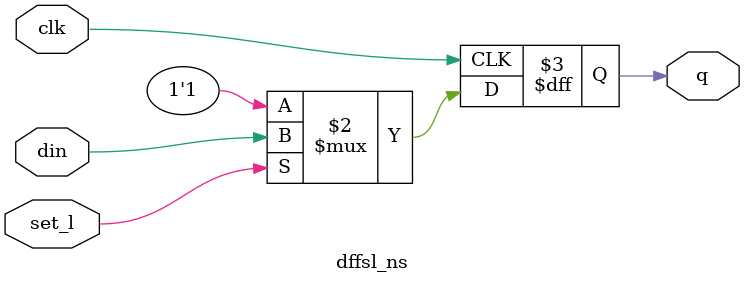
<source format=v>
module dffsl_ns (din, clk, set_l, q);
parameter SIZE = 1;
input   [SIZE-1:0]      din ;   
input                   clk ;   
input                   set_l ; 
output  [SIZE-1:0]      q ;     
reg     [SIZE-1:0]      q ;
always @ (posedge clk)
  q[SIZE-1:0] <= set_l ? din[SIZE-1:0] : {SIZE{1'b1}};
endmodule
</source>
